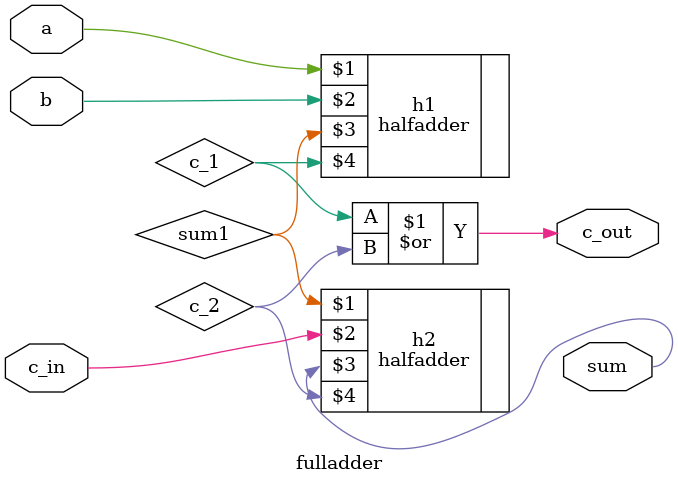
<source format=v>
`include "halfadder.v"
module fulladder(a,b,c_in,sum,c_out);
	input a,b,c_in;
	output sum,c_out;
	halfadder h1(a,b,sum1,c_1);
	halfadder h2(sum1,c_in,sum,c_2);
	assign c_out = c_1 | c_2; 
endmodule

</source>
